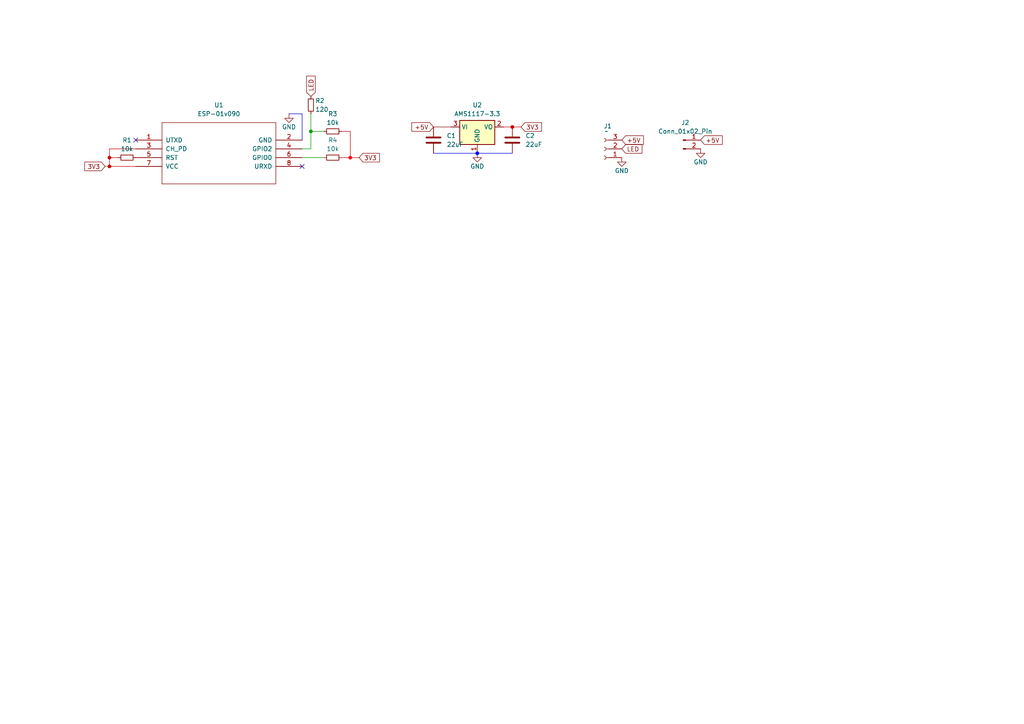
<source format=kicad_sch>
(kicad_sch (version 20250114) (generator "eeschema") (generator_version "9.0")
  (paper "A4")
  (lib_symbols
    (symbol "Connector:Conn_01x02_Pin" (pin_names (offset 1.016) (hide yes))
      (property "Reference" "J" (at 0 2.54 0))
      (property "Value" "Conn_01x02_Pin" (at 0 -5.08 0))
      (symbol "Conn_01x02_Pin_1_1"
        (rectangle (start 0.8636 0.127) (end 0 -0.127) (stroke (width 0.1524)) (fill (type outline)))
        (rectangle (start 0.8636 -2.413) (end 0 -2.667) (stroke (width 0.1524)) (fill (type outline)))
        (polyline (pts (xy 1.27 0) (xy 0.8636 0)) (stroke (width 0.1524)))
        (polyline (pts (xy 1.27 -2.54) (xy 0.8636 -2.54)) (stroke (width 0.1524)))
        (pin passive line (at 5.08 0 180) (length 3.81) (name "Pin_1") (number "1"))
        (pin passive line (at 5.08 -2.54 180) (length 3.81) (name "Pin_2") (number "2"))
      )
    )
    (symbol "Connector:Conn_01x03_Socket" (pin_names (offset 1.016) (hide yes))
      (property "Reference" "J" (at 0 5.08 0))
      (property "Value" "Conn_01x03_Socket" (at 0 -5.08 0))
      (symbol "Conn_01x03_Socket_1_1"
        (polyline (pts (xy -1.27 2.54) (xy -0.508 2.54)) (stroke (width 0.1524)))
        (polyline (pts (xy -1.27 0) (xy -0.508 0)) (stroke (width 0.1524)))
        (polyline (pts (xy -1.27 -2.54) (xy -0.508 -2.54)) (stroke (width 0.1524)))
        (arc (start 0 2.032) (mid -0.5058 2.54) (end 0 3.048) (stroke (width 0.1524)))
        (arc (start 0 -0.508) (mid -0.5058 0) (end 0 0.508) (stroke (width 0.1524)))
        (arc (start 0 -3.048) (mid -0.5058 -2.54) (end 0 -2.032) (stroke (width 0.1524)))
        (pin passive line (at -5.08 2.54 0) (length 3.81) (name "Pin_1") (number "1"))
        (pin passive line (at -5.08 0 0) (length 3.81) (name "Pin_2") (number "2"))
        (pin passive line (at -5.08 -2.54 0) (length 3.81) (name "Pin_3") (number "3"))
      )
    )
    (symbol "Device:C" (pin_numbers (hide yes)) (pin_names (offset 0.254))
      (property "Reference" "C" (at 0.635 2.54 0))
      (property "Value" "C" (at 0.635 -2.54 0))
      (symbol "C_0_1"
        (polyline (pts (xy -2.032 0.762) (xy 2.032 0.762)) (stroke (width 0.508)))
        (polyline (pts (xy -2.032 -0.762) (xy 2.032 -0.762)) (stroke (width 0.508)))
      )
      (symbol "C_1_1"
        (pin passive line (at 0 3.81 270) (length 2.794) (name "~") (number "1"))
        (pin passive line (at 0 -3.81 90) (length 2.794) (name "~") (number "2"))
      )
    )
    (symbol "Device:R_Small" (pin_numbers (hide yes)) (pin_names (offset 0.254) (hide yes))
      (property "Reference" "R" (at 0.762 0.508 0))
      (property "Value" "R_Small" (at 0.762 -1.016 0))
      (symbol "R_Small_0_1"
        (rectangle (start -0.762 1.778) (end 0.762 -1.778) (stroke (width 0.2032)))
      )
      (symbol "R_Small_1_1"
        (pin passive line (at 0 2.54 270) (length 0.762) (name "~") (number "1"))
        (pin passive line (at 0 -2.54 90) (length 0.762) (name "~") (number "2"))
      )
    )
    (symbol "ESP8266:ESP-01v090" (pin_names (offset 1.016))
      (property "Reference" "U" (at 0 -2.54 0))
      (property "Value" "ESP-01v090" (at 0 2.54 0))
      (symbol "ESP-01v090_1_0"
        (rectangle (start -16.51 -8.89) (end 16.51 8.89))
      )
      (symbol "ESP-01v090_1_1"
        (pin output line (at -24.13 3.81 0) (length 7.62) (name "UTXD") (number "1"))
        (pin input line (at -24.13 1.27 0) (length 7.62) (name "CH_PD") (number "3"))
        (pin input line (at -24.13 -1.27 0) (length 7.62) (name "RST") (number "5"))
        (pin power_in line (at -24.13 -3.81 0) (length 7.62) (name "VCC") (number "7"))
        (pin power_in line (at 24.13 3.81 180) (length 7.62) (name "GND") (number "2"))
        (pin tri_state line (at 24.13 1.27 180) (length 7.62) (name "GPIO2") (number "4"))
        (pin tri_state line (at 24.13 -1.27 180) (length 7.62) (name "GPIO0") (number "6"))
        (pin input line (at 24.13 -3.81 180) (length 7.62) (name "URXD") (number "8"))
      )
    )
    (symbol "Regulator_Linear:AMS1117-3.3"
      (property "Reference" "U" (at -3.81 3.175 0))
      (property "Value" "AMS1117-3.3" (at 0 3.175 0))
      (symbol "AMS1117-3.3_0_1"
        (rectangle (start -5.08 -5.08) (end 5.08 1.905) (stroke (width 0.254)) (fill (type background)))
      )
      (symbol "AMS1117-3.3_1_1"
        (pin power_in line (at -7.62 0 0) (length 2.54) (name "VI") (number "3"))
        (pin power_in line (at 0 -7.62 90) (length 2.54) (name "GND") (number "1"))
        (pin power_out line (at 7.62 0 180) (length 2.54) (name "VO") (number "2"))
      )
    )
    (symbol "power:GND" (power) (pin_names (offset 0))
      (property "Value" "GND" (at 0 -3.81 0))
      (symbol "GND_0_1"
        (polyline (pts (xy 0 0) (xy 0 -1.27) (xy 1.27 -1.27) (xy 0 -2.54) (xy -1.27 -1.27) (xy 0 -1.27)))
      )
      (symbol "GND_1_1"
        (pin power_in line (at 0 0 270) (length 0) (hide yes) (name "GND") (number "1"))
      )
    )
  )
  (junction (at 31.75 45.72) (color 194 0 0 1))
  (junction (at 101.6 45.72) (color 255 0 19 1))
  (junction (at 31.75 48.26) (color 194 0 0 1))
  (junction (at 138.43 44.45) (color 0 0 255 1))
  (junction (at 90.17 38.1))
  (junction (at 148.59 36.83) (color 194 0 0 1))
  (no_connect (at 39.37 40.64))
  (no_connect (at 87.63 48.26))
  (wire (pts (xy 125.73 44.45) (xy 138.43 44.45)) (stroke (width 0) (color 0 0 255 1)))
  (wire (pts (xy 101.6 45.72) (xy 99.06 45.72)) (stroke (width 0) (color 194 0 0 1)))
  (wire (pts (xy 99.06 38.1) (xy 101.6 38.1)) (stroke (width 0) (color 194 0 0 1)))
  (wire (pts (xy 87.63 45.72) (xy 93.98 45.72)))
  (wire (pts (xy 101.6 45.72) (xy 104.14 45.72)) (stroke (width 0) (color 194 0 0 1)))
  (wire (pts (xy 125.73 36.83) (xy 130.81 36.83)) (stroke (width 0) (color 132 0 0 1)))
  (wire (pts (xy 90.17 33.02) (xy 90.17 38.1)))
  (wire (pts (xy 31.75 45.72) (xy 34.29 45.72)) (stroke (width 0) (color 194 0 0 1)))
  (wire (pts (xy 30.48 48.26) (xy 31.75 48.26)))
  (wire (pts (xy 101.6 38.1) (xy 101.6 45.72)) (stroke (width 0) (color 194 0 0 1)))
  (wire (pts (xy 31.75 43.18) (xy 39.37 43.18)) (stroke (width 0) (color 194 0 0 1)))
  (wire (pts (xy 87.63 33.02) (xy 87.63 40.64)) (stroke (width 0) (color 0 0 194 1)))
  (wire (pts (xy 31.75 48.26) (xy 39.37 48.26)) (stroke (width 0) (color 194 0 0 1)))
  (wire (pts (xy 31.75 45.72) (xy 31.75 43.18)) (stroke (width 0) (color 194 0 0 1)))
  (wire (pts (xy 90.17 38.1) (xy 90.17 43.18)))
  (wire (pts (xy 31.75 48.26) (xy 31.75 45.72)) (stroke (width 0) (color 194 0 0 1)))
  (wire (pts (xy 83.82 33.02) (xy 87.63 33.02)) (stroke (width 0) (color 0 0 194 1)))
  (wire (pts (xy 138.43 44.45) (xy 148.59 44.45)) (stroke (width 0) (color 0 0 255 1)))
  (wire (pts (xy 90.17 43.18) (xy 87.63 43.18)))
  (wire (pts (xy 90.17 38.1) (xy 93.98 38.1)))
  (wire (pts (xy 151.13 36.83) (xy 148.59 36.83)) (stroke (width 0) (color 194 0 0 1)))
  (wire (pts (xy 148.59 36.83) (xy 146.05 36.83)) (stroke (width 0) (color 194 0 0 1)))
  (global_label "LED" (shape input) (at 90.17 27.94 90) (property "Intersheetrefs" "${INTERSHEET_REFS}" (effects (hide yes))))
  (global_label "+5V" (shape input) (at 203.2 40.64 0) (property "Intersheetrefs" "${INTERSHEET_REFS}" (effects (hide yes))))
  (global_label "3V3" (shape input) (at 151.13 36.83 0) (property "Intersheetrefs" "${INTERSHEET_REFS}" (effects (hide yes))))
  (global_label "3V3" (shape input) (at 104.14 45.72 0) (property "Intersheetrefs" "${INTERSHEET_REFS}" (effects (hide yes))))
  (global_label "LED" (shape input) (at 180.34 43.18 0) (property "Intersheetrefs" "${INTERSHEET_REFS}" (effects (hide yes))))
  (global_label "+5V" (shape input) (at 180.34 40.64 0) (property "Intersheetrefs" "${INTERSHEET_REFS}" (effects (hide yes))))
  (global_label "+5V" (shape input) (at 125.73 36.83 180) (property "Intersheetrefs" "${INTERSHEET_REFS}" (effects (hide yes))))
  (global_label "3V3" (shape input) (at 30.48 48.26 180) (property "Intersheetrefs" "${INTERSHEET_REFS}" (effects (hide yes))))
  (symbol (lib_id "Device:R_Small") (at 90.17 30.48 180) (unit 1)
    (property "Reference" "R2" (at 91.44 29.21 0) (effects (justify right)))
    (property "Value" "120" (at 91.44 31.75 0) (effects (justify right)))
    (property "Footprint" "Resistor_SMD:R_0805_2012Metric_Pad1.20x1.40mm_HandSolder" (effects (hide yes)))
  )
  (symbol (lib_id "power:GND") (at 203.2 43.18 0) (unit 1)
    (property "Reference" "#PWR04" (effects (hide yes)))
    (property "Value" "GND" (at 203.2 46.99 0))
  )
  (symbol (lib_id "Device:C") (at 148.59 40.64 0) (unit 1)
    (property "Reference" "C2" (at 152.4 39.3699 0) (effects (justify left)))
    (property "Value" "22uF" (at 152.4 41.9099 0) (effects (justify left)))
    (property "Footprint" "Capacitor_SMD:C_0805_2012Metric_Pad1.18x1.45mm_HandSolder" (effects (hide yes)))
  )
  (symbol (lib_id "Device:R_Small") (at 96.52 38.1 90) (unit 1)
    (property "Reference" "R3" (at 96.52 33.02 90))
    (property "Value" "10k" (at 96.52 35.56 90))
    (property "Footprint" "Resistor_SMD:R_0805_2012Metric_Pad1.20x1.40mm_HandSolder" (effects (hide yes)))
  )
  (symbol (lib_id "Connector:Conn_01x03_Socket") (at 175.26 43.18 180) (unit 1)
    (property "Reference" "J1" (at 176.276 36.576 0))
    (property "Value" "~" (at 175.895 38.1 0))
    (property "Footprint" "Connector_PinSocket_2.54mm:PinSocket_1x03_P2.54mm_Horizontal" (effects (hide yes)))
  )
  (symbol (lib_id "Device:R_Small") (at 96.52 45.72 90) (unit 1)
    (property "Reference" "R4" (at 96.52 40.64 90))
    (property "Value" "10k" (at 96.52 43.18 90))
    (property "Footprint" "Resistor_SMD:R_0805_2012Metric_Pad1.20x1.40mm_HandSolder" (effects (hide yes)))
  )
  (symbol (lib_id "Connector:Conn_01x02_Pin") (at 198.12 40.64 0) (unit 1)
    (property "Reference" "J2" (at 198.755 35.56 0))
    (property "Value" "Conn_01x02_Pin" (at 198.755 38.1 0))
    (property "Footprint" "Connector_PinHeader_2.54mm:PinHeader_1x02_P2.54mm_Vertical" (effects (hide yes)))
    (property "Description" "Generic connector, single row, 01x02, script generated" (effects (hide yes)))
  )
  (symbol (lib_id "Device:C") (at 125.73 40.64 0) (unit 1)
    (property "Reference" "C1" (at 129.54 39.37 0) (effects (justify left)))
    (property "Value" "22uF" (at 129.54 41.91 0) (effects (justify left)))
    (property "Footprint" "Capacitor_SMD:C_0805_2012Metric_Pad1.18x1.45mm_HandSolder" (effects (hide yes)))
  )
  (symbol (lib_id "Device:R_Small") (at 36.83 45.72 90) (unit 1)
    (property "Reference" "R1" (at 36.83 40.64 90))
    (property "Value" "10k" (at 36.83 43.18 90))
    (property "Footprint" "Resistor_SMD:R_0805_2012Metric_Pad1.20x1.40mm_HandSolder" (effects (hide yes)))
  )
  (symbol (lib_id "power:GND") (at 83.82 33.02 0) (unit 1)
    (property "Reference" "#PWR01" (effects (hide yes)))
    (property "Value" "GND" (at 83.82 36.83 0))
  )
  (symbol (lib_id "power:GND") (at 180.34 45.72 0) (unit 1)
    (property "Reference" "#PWR02" (effects (hide yes)))
    (property "Value" "GND" (at 180.34 49.53 0))
  )
  (symbol (lib_id "power:GND") (at 138.43 44.45 0) (unit 1)
    (property "Reference" "#PWR03" (effects (hide yes)))
    (property "Value" "GND" (at 138.43 48.26 0))
  )
  (symbol (lib_id "Regulator_Linear:AMS1117-3.3") (at 138.43 36.83 0) (unit 1)
    (property "Reference" "U2" (at 138.43 30.48 0))
    (property "Value" "AMS1117-3.3" (at 138.43 33.02 0))
    (property "Footprint" "Package_TO_SOT_SMD:SOT-223-3_TabPin2" (effects (hide yes)))
    (property "Datasheet" "http://www.advanced-monolithic.com/pdf/ds1117.pdf" (effects (hide yes)))
  )
  (symbol (lib_id "ESP8266:ESP-01v090") (at 63.5 44.45 0) (unit 1)
    (property "Reference" "U1" (at 63.5 30.48 0))
    (property "Value" "ESP-01v090" (at 63.5 33.02 0))
    (property "Footprint" "ESP8266:ESP-01" (effects (hide yes)))
    (property "Datasheet" "http://l0l.org.uk/2014/12/esp8266-modules-hardware-guide-gotta-catch-em-all/" (effects (hide yes)))
  )
)
</source>
